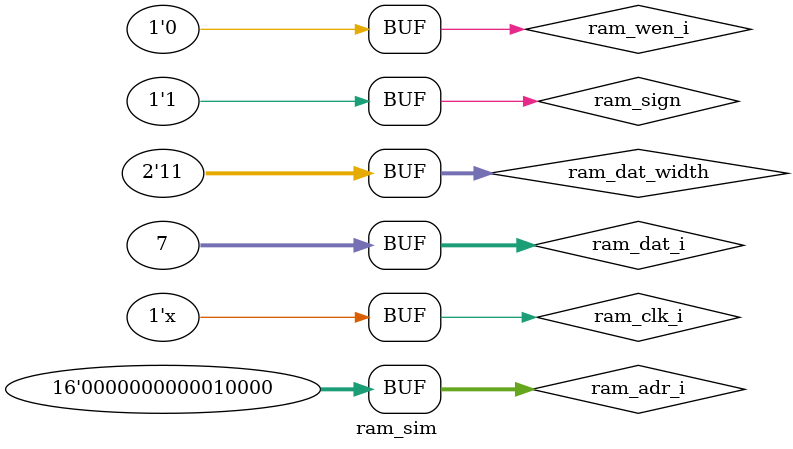
<source format=v>
`timescale 1ns / 1ps


module ram_sim(
    );
    // input
    reg		  ram_clk_i=1'b0;
    reg       ram_wen_i=1'b0;        // À´×Ô¿ØÖÆµ¥Ôª
    reg[1:0]  ram_dat_width=2'b0;
    reg       ram_sign=1'b0;
    reg[15:0] ram_adr_i=16'h0000;        // À´×ÔmemorioÄ£¿é£¬Ô´Í·ÊÇÀ´×ÔÖ´ÐÐµ¥ÔªËã³öµÄalu_result,´æ´¢µØÖ·
    reg[31:0] ram_dat_i=32'h00000000;        // À´×ÔÒëÂëµ¥ÔªµÄread_data2
    
    // output
    wire bit_error;
    wire[31:0] ram_dat_o;        // ´Ó´æ´¢Æ÷ÖÐ»ñµÃµÄÊý¾Ý

    dmemory4x8 Uram(ram_clk_i,ram_wen_i,ram_dat_width,ram_sign,
    ram_adr_i,ram_dat_i,bit_error,ram_dat_o);

    initial begin
      #100 begin ram_sign=1'b1; end
      #100 begin ram_adr_i=16'h0004; end
      #100 begin ram_sign=1'b0; end
      #200 begin ram_adr_i=16'h0008; end
      #100 begin ram_dat_width=2'b1; ram_sign=1'b1; ram_adr_i=16'h0010; end
      #100 begin ram_dat_width=2'b0; ram_sign=1'b0; ram_adr_i=16'h0014; end
      #100 begin ram_dat_width=2'b1; ram_adr_i=16'h0010; end
      #100 begin ram_wen_i=1'b1; ram_dat_width=2'b0; ram_sign=1'b1; ram_adr_i=16'h0010; ram_dat_i=32'h00000007; end
      #100 begin ram_wen_i=1'b0; ram_dat_width=2'd3; ram_adr_i=16'h0010; end
    end
    always #50 ram_clk_i = ~ram_clk_i;            
endmodule

</source>
